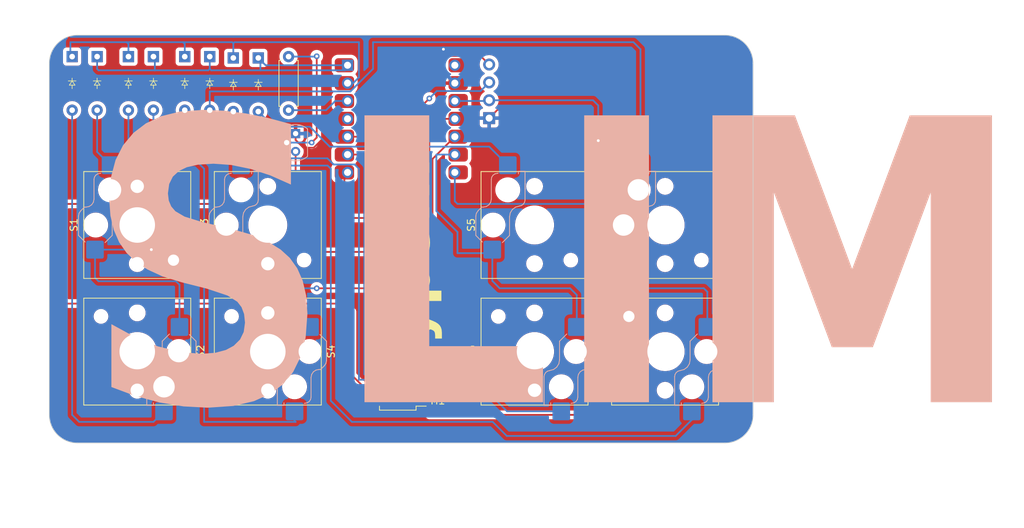
<source format=kicad_pcb>
(kicad_pcb (version 20240108) (generator "pcbnew") (generator_version "8.0")
  (layers (0 "F.Cu" signal) (31 "B.Cu" signal) (34 "B.Paste" user) (35 "F.Paste" user) (36 "B.SilkS" user "B.Silkscreen") (37 "F.SilkS" user "F.Silkscreen") (38 "B.Mask" user) (39 "F.Mask" user) (44 "Edge.Cuts" user))
  (net 0 "")
  (net 1 "Net-(D1-A)")
  (net 2 "ROW0")
  (net 3 "Net-(D2-A)")
  (net 4 "ROW1")
  (net 5 "Net-(D3-A)")
  (net 6 "Net-(D4-A)")
  (net 7 "Net-(D5-A)")
  (net 8 "Net-(D6-A)")
  (net 9 "Net-(D7-A)")
  (net 10 "Net-(D8-A)")
  (net 11 "OLED_SCL")
  (net 12 "+3V3")
  (net 13 "OLED_SDA")
  (net 14 "GND")
  (net 15 "Net-(M1--)")
  (net 16 "Net-(Q1-B)")
  (net 17 "motor_ctrl")
  (net 18 "COL0")
  (net 19 "COL1")
  (net 20 "COL2")
  (net 21 "COL3")
  (net 22 "TOUCH")
  (net 23 "+5V")
  (footprint "ScottoKeebs_Hotswap:Hotswap_Choc_V1V2_1.00u" (layer "F.Cu") (at 187.5 87 90)
    (property "Reference" "S7" (at -5 8.5 90) (layer "F.SilkS"))
    (property "Value" "Keyswitch" (hide yes))
    (pad "" np_thru_hole circle (at -5.5 0 90) (size 1.9 1.9) (drill 1.9) (layers "*.Cu" "*.Mask"))
    (pad "" np_thru_hole circle (at -5 5.15 90) (size 1.6 1.6) (drill 1.6) (layers "*.Cu" "*.Mask"))
    (pad "" np_thru_hole circle (at 0 -5.9 90) (size 3.05 3.05) (drill 3.05) (layers "*.Cu" "*.Mask"))
    (pad "" np_thru_hole circle (at 0 0 90) (size 5.05 5.05) (drill 5.05) (layers "*.Cu" "*.Mask"))
    (pad "" np_thru_hole circle (at 5 -3.8 90) (size 3.05 3.05) (drill 3.05) (layers "*.Cu" "*.Mask"))
    (pad "" np_thru_hole circle (at 5.5 0 90) (size 1.9 1.9) (drill 1.9) (layers "*.Cu" "*.Mask"))
    (pad "1" smd roundrect (at -3.5 -6 90) (size 2.55 2.5) (layers "B.Cu" "B.Paste" "B.Mask") (roundrect_rratio 0.1) (net 21 "COL3"))
    (pad "2" smd roundrect (at 8.5 -3.8 90) (size 2.55 2.5) (layers "B.Cu" "B.Paste" "B.Mask") (roundrect_rratio 0.1) (net 9 "Net-(D7-A)"))
  )
  (footprint "ScottoKeebs_Components:Diode_DO-35" (layer "F.Cu") (at 126.15 63.24 -90)
    (property "Reference" "D6" (hide yes))
    (property "Value" "D_Small" (hide yes))
    (pad "1" thru_hole rect (at 0 0 270) (size 1.6 1.6) (drill 0.8) (layers "*.Cu" "*.Mask") (net 4 "ROW1"))
    (pad "2" thru_hole oval (at 7.62 0 270) (size 1.6 1.6) (drill 0.8) (layers "*.Cu" "*.Mask") (net 8 "Net-(D6-A)"))
  )
  (footprint "ScottoKeebs_Components:Diode_DO-35" (layer "F.Cu") (at 103.25 63.05 -90)
    (property "Reference" "D2" (hide yes))
    (property "Value" "D_Small" (hide yes))
    (pad "1" thru_hole rect (at 0 0 270) (size 1.6 1.6) (drill 0.8) (layers "*.Cu" "*.Mask") (net 4 "ROW1"))
    (pad "2" thru_hole oval (at 7.62 0 270) (size 1.6 1.6) (drill 0.8) (layers "*.Cu" "*.Mask") (net 3 "Net-(D2-A)"))
  )
  (footprint "ScottoKeebs_Hotswap:Hotswap_Choc_V1V2_1.00u" (layer "F.Cu") (at 168.95 87 90)
    (property "Reference" "S5" (at 0 -9 90) (layer "F.SilkS"))
    (property "Value" "Keyswitch" (hide yes))
    (pad "" np_thru_hole circle (at -5.5 0 90) (size 1.9 1.9) (drill 1.9) (layers "*.Cu" "*.Mask"))
    (pad "" np_thru_hole circle (at -5 5.15 90) (size 1.6 1.6) (drill 1.6) (layers "*.Cu" "*.Mask"))
    (pad "" np_thru_hole circle (at 0 -5.9 90) (size 3.05 3.05) (drill 3.05) (layers "*.Cu" "*.Mask"))
    (pad "" np_thru_hole circle (at 0 0 90) (size 5.05 5.05) (drill 5.05) (layers "*.Cu" "*.Mask"))
    (pad "" np_thru_hole circle (at 5 -3.8 90) (size 3.05 3.05) (drill 3.05) (layers "*.Cu" "*.Mask"))
    (pad "" np_thru_hole circle (at 5.5 0 90) (size 1.9 1.9) (drill 1.9) (layers "*.Cu" "*.Mask"))
    (pad "1" smd roundrect (at -3.5 -6 90) (size 2.55 2.5) (layers "B.Cu" "B.Paste" "B.Mask") (roundrect_rratio 0.1) (net 20 "COL2"))
    (pad "2" smd roundrect (at 8.5 -3.8 90) (size 2.55 2.5) (layers "B.Cu" "B.Paste" "B.Mask") (roundrect_rratio 0.1) (net 7 "Net-(D5-A)"))
  )
  (footprint "ScottoKeebs_Components:Diode_DO-35" (layer "F.Cu") (at 111.25 63.05 -90)
    (property "Reference" "D4" (hide yes))
    (property "Value" "D_Small" (hide yes))
    (pad "1" thru_hole rect (at 0 0 270) (size 1.6 1.6) (drill 0.8) (layers "*.Cu" "*.Mask") (net 4 "ROW1"))
    (pad "2" thru_hole oval (at 7.62 0 270) (size 1.6 1.6) (drill 0.8) (layers "*.Cu" "*.Mask") (net 6 "Net-(D4-A)"))
  )
  (footprint "ScottoKeebs_Components:Diode_DO-35" (layer "F.Cu") (at 119.25 63.05 -90)
    (property "Reference" "D8" (hide yes))
    (property "Value" "D_Small" (hide yes))
    (pad "1" thru_hole rect (at 0 0 270) (size 1.6 1.6) (drill 0.8) (layers "*.Cu" "*.Mask") (net 4 "ROW1"))
    (pad "2" thru_hole oval (at 7.62 0 270) (size 1.6 1.6) (drill 0.8) (layers "*.Cu" "*.Mask") (net 10 "Net-(D8-A)"))
  )
  (footprint "ScottoKeebs_Components:OLED_128x32" (layer "F.Cu") (at 160.9 62)
    (property "Reference" "J1" (hide yes))
    (property "Value" "OLED_128x32")
    (pad "1" thru_hole rect (at 1.6 9.8 180) (size 1.7 1.7) (drill 1) (layers "*.Cu" "*.Mask") (net 14 "GND"))
    (pad "2" thru_hole oval (at 1.6 7.26 180) (size 1.7 1.7) (drill 1) (layers "*.Cu" "*.Mask") (net 12 "+3V3"))
    (pad "3" thru_hole oval (at 1.6 4.72 180) (size 1.7 1.7) (drill 1) (layers "*.Cu" "*.Mask") (net 11 "OLED_SCL"))
    (pad "4" thru_hole oval (at 1.6 2.18 180) (size 1.7 1.7) (drill 1) (layers "*.Cu" "*.Mask") (net 13 "OLED_SDA"))
  )
  (footprint "ScottoKeebs_Hotswap:Hotswap_Choc_V1V2_1.00u" (layer "F.Cu") (at 168.95 105 -90)
    (property "Reference" "S6" (at 0 8.95 -90) (layer "F.SilkS"))
    (property "Value" "Keyswitch" (hide yes))
    (pad "" np_thru_hole circle (at -5.5 0 270) (size 1.9 1.9) (drill 1.9) (layers "*.Cu" "*.Mask"))
    (pad "" np_thru_hole circle (at -5 5.15 270) (size 1.6 1.6) (drill 1.6) (layers "*.Cu" "*.Mask"))
    (pad "" np_thru_hole circle (at 0 -5.9 270) (size 3.05 3.05) (drill 3.05) (layers "*.Cu" "*.Mask"))
    (pad "" np_thru_hole circle (at 0 0 270) (size 5.05 5.05) (drill 5.05) (layers "*.Cu" "*.Mask"))
    (pad "" np_thru_hole circle (at 5 -3.8 270) (size 3.05 3.05) (drill 3.05) (layers "*.Cu" "*.Mask"))
    (pad "" np_thru_hole circle (at 5.5 0 270) (size 1.9 1.9) (drill 1.9) (layers "*.Cu" "*.Mask"))
    (pad "1" smd roundrect (at -3.5 -6 270) (size 2.55 2.5) (layers "B.Cu" "B.Paste" "B.Mask") (roundrect_rratio 0.1) (net 20 "COL2"))
    (pad "2" smd roundrect (at 8.5 -3.8 270) (size 2.55 2.5) (layers "B.Cu" "B.Paste" "B.Mask") (roundrect_rratio 0.1) (net 8 "Net-(D6-A)"))
  )
  (footprint "ScottoKeebs_Hotswap:Hotswap_Choc_V1V2_1.00u" (layer "F.Cu") (at 112.5 87 90)
    (property "Reference" "S1" (at 0 -9 90) (layer "F.SilkS"))
    (property "Value" "Keyswitch" (hide yes))
    (pad "" np_thru_hole circle (at -5.5 0 90) (size 1.9 1.9) (drill 1.9) (layers "*.Cu" "*.Mask"))
    (pad "" np_thru_hole circle (at -5 5.15 90) (size 1.6 1.6) (drill 1.6) (layers "*.Cu" "*.Mask"))
    (pad "" np_thru_hole circle (at 0 -5.9 90) (size 3.05 3.05) (drill 3.05) (layers "*.Cu" "*.Mask"))
    (pad "" np_thru_hole circle (at 0 0 90) (size 5.05 5.05) (drill 5.05) (layers "*.Cu" "*.Mask"))
    (pad "" np_thru_hole circle (at 5 -3.8 90) (size 3.05 3.05) (drill 3.05) (layers "*.Cu" "*.Mask"))
    (pad "" np_thru_hole circle (at 5.5 0 90) (size 1.9 1.9) (drill 1.9) (layers "*.Cu" "*.Mask"))
    (pad "1" smd roundrect (at -3.5 -6 90) (size 2.55 2.5) (layers "B.Cu" "B.Paste" "B.Mask") (roundrect_rratio 0.1) (net 18 "COL0"))
    (pad "2" smd roundrect (at 8.5 -3.8 90) (size 2.55 2.5) (layers "B.Cu" "B.Paste" "B.Mask") (roundrect_rratio 0.1) (net 1 "Net-(D1-A)"))
  )
  (footprint "ScottoKeebs_Hotswap:Hotswap_Choc_V1V2_1.00u" (layer "F.Cu") (at 131.05 105 -90)
    (property "Reference" "S4" (at 0 -9 90) (layer "F.SilkS"))
    (property "Value" "Keyswitch" (hide yes))
    (pad "" np_thru_hole circle (at -5.5 0 270) (size 1.9 1.9) (drill 1.9) (layers "*.Cu" "*.Mask"))
    (pad "" np_thru_hole circle (at -5 5.15 270) (size 1.6 1.6) (drill 1.6) (layers "*.Cu" "*.Mask"))
    (pad "" np_thru_hole circle (at 0 -5.9 270) (size 3.05 3.05) (drill 3.05) (layers "*.Cu" "*.Mask"))
    (pad "" np_thru_hole circle (at 0 0 270) (size 5.05 5.05) (drill 5.05) (layers "*.Cu" "*.Mask"))
    (pad "" np_thru_hole circle (at 5 -3.8 270) (size 3.05 3.05) (drill 3.05) (layers "*.Cu" "*.Mask"))
    (pad "" np_thru_hole circle (at 5.5 0 270) (size 1.9 1.9) (drill 1.9) (layers "*.Cu" "*.Mask"))
    (pad "1" smd roundrect (at -3.5 -6 270) (size 2.55 2.5) (layers "B.Cu" "B.Paste" "B.Mask") (roundrect_rratio 0.1) (net 19 "COL1"))
    (pad "2" smd roundrect (at 8.5 -3.8 270) (size 2.55 2.5) (layers "B.Cu" "B.Paste" "B.Mask") (roundrect_rratio 0.1) (net 6 "Net-(D4-A)"))
  )
  (footprint "ScottoKeebs_MCU:Seeed_XIAO_RP2040" (layer "F.Cu") (at 150 71.9)
    (property "Reference" "U1" (hide yes))
    (property "Value" "MCU_Seeed_XIAO_RP2040" (hide yes))
    (pad "1" smd roundrect (at -8.065 -7.62) (size 2.75 2) (layers "F.Cu" "F.Paste" "F.Mask") (net 2 "ROW0"))
    (pad "1" thru_hole rect (at -7.62 -7.62 90) (size 1.6 1.6) (drill 1) (layers "*.Cu" "*.Mask") (net 2 "ROW0"))
    (pad "2" smd roundrect (at -8.065 -5.08) (size 2.75 2) (layers "F.Cu" "F.Paste" "F.Mask") (net 4 "ROW1"))
    (pad "2" thru_hole circle (at -7.62 -5.08 90) (size 1.6 1.6) (drill 1) (layers "*.Cu" "*.Mask") (net 4 "ROW1"))
    (pad "3" smd roundrect (at -8.065 -2.54) (size 2.75 2) (layers "F.Cu" "F.Paste" "F.Mask") (net 17 "motor_ctrl"))
    (pad "3" thru_hole circle (at -7.62 -2.54 90) (size 1.6 1.6) (drill 1) (layers "*.Cu" "*.Mask") (net 17 "motor_ctrl"))
    (pad "4" smd roundrect (at -8.065 0) (size 2.75 2) (layers "F.Cu" "F.Paste" "F.Mask"))
    (pad "4" thru_hole circle (at -7.62 0 90) (size 1.6 1.6) (drill 1) (layers "*.Cu" "*.Mask"))
    (pad "5" smd roundrect (at -8.065 2.54) (size 2.75 2) (layers "F.Cu" "F.Paste" "F.Mask") (net 13 "OLED_SDA"))
    (pad "5" thru_hole circle (at -7.62 2.54 90) (size 1.6 1.6) (drill 1) (layers "*.Cu" "*.Mask") (net 13 "OLED_SDA"))
    (pad "6" smd roundrect (at -8.065 5.08) (size 2.75 2) (layers "F.Cu" "F.Paste" "F.Mask") (net 11 "OLED_SCL"))
    (pad "6" thru_hole circle (at -7.62 5.08 90) (size 1.6 1.6) (drill 1) (layers "*.Cu" "*.Mask") (net 11 "OLED_SCL"))
    (pad "7" smd roundrect (at -8.065 7.62) (size 2.75 2) (layers "F.Cu" "F.Paste" "F.Mask") (net 22 "TOUCH"))
    (pad "7" thru_hole circle (at -7.62 7.62 90) (size 1.6 1.6) (drill 1) (layers "*.Cu" "*.Mask") (net 22 "TOUCH"))
    (pad "8" thru_hole circle (at 7.62 7.62 90) (size 1.6 1.6) (drill 1) (layers "*.Cu" "*.Mask") (net 21 "COL3"))
    (pad "8" smd roundrect (at 8.1 7.62) (size 2.75 2) (layers "F.Cu" "F.Paste" "F.Mask") (net 21 "COL3"))
    (pad "9" thru_hole circle (at 7.62 5.08 90) (size 1.6 1.6) (drill 1) (layers "*.Cu" "*.Mask") (net 20 "COL2"))
    (pad "9" smd roundrect (at 8.1 5.08) (size 2.75 2) (layers "F.Cu" "F.Paste" "F.Mask") (net 20 "COL2"))
    (pad "10" thru_hole circle (at 7.62 2.54 90) (size 1.6 1.6) (drill 1) (layers "*.Cu" "*.Mask") (net 19 "COL1"))
    (pad "10" smd roundrect (at 8.1 2.54) (size 2.75 2) (layers "F.Cu" "F.Paste" "F.Mask") (net 19 "COL1"))
    (pad "11" thru_hole circle (at 7.62 0 90) (size 1.6 1.6) (drill 1) (layers "*.Cu" "*.Mask") (net 18 "COL0"))
    (pad "11" smd roundrect (at 8.1 0) (size 2.75 2) (layers "F.Cu" "F.Paste" "F.Mask") (net 18 "COL0"))
    (pad "12" thru_hole circle (at 7.62 -2.54 90) (size 1.6 1.6) (drill 1) (layers "*.Cu" "*.Mask") (net 12 "+3V3"))
    (pad "12" smd roundrect (at 8.1 -2.54) (size 2.75 2) (layers "F.Cu" "F.Paste" "F.Mask") (net 12 "+3V3"))
    (pad "13" thru_hole circle (at 7.62 -5.08 90) (size 1.6 1.6) (drill 1) (layers "*.Cu" "*.Mask") (net 14 "GND"))
    (pad "13" smd roundrect (at 8.1 -5.08) (size 2.75 2) (layers "F.Cu" "F.Paste" "F.Mask") (net 14 "GND"))
    (pad "14" thru_hole circle (at 7.62 -7.62 90) (size 1.6 1.6) (drill 1) (layers "*.Cu" "*.Mask") (net 23 "+5V"))
    (pad "14" smd roundrect (at 8.1 -7.62) (size 2.75 2) (layers "F.Cu" "F.Paste" "F.Mask") (net 23 "+5V"))
  )
  (footprint "ScottoKeebs_Components:Diode_DO-35" (layer "F.Cu") (at 122.8 63.05 -90)
    (property "Reference" "D7" (hide yes))
    (property "Value" "D_Small" (hide yes))
    (pad "1" thru_hole rect (at 0 0 270) (size 1.6 1.6) (drill 0.8) (layers "*.Cu" "*.Mask") (net 2 "ROW0"))
    (pad "2" thru_hole oval (at 7.62 0 270) (size 1.6 1.6) (drill 0.8) (layers "*.Cu" "*.Mask") (net 9 "Net-(D7-A)"))
  )
  (footprint "ScottoKeebs_Hotswap:Hotswap_Choc_V1V2_1.00u" (layer "F.Cu") (at 187.5 105 -90)
    (property "Reference" "S8" (at 5 -8.5 -90) (layer "F.SilkS"))
    (property "Value" "Keyswitch" (hide yes))
    (pad "" np_thru_hole circle (at -5.5 0 270) (size 1.9 1.9) (drill 1.9) (layers "*.Cu" "*.Mask"))
    (pad "" np_thru_hole circle (at -5 5.15 270) (size 1.6 1.6) (drill 1.6) (layers "*.Cu" "*.Mask"))
    (pad "" np_thru_hole circle (at 0 -5.9 270) (size 3.05 3.05) (drill 3.05) (layers "*.Cu" "*.Mask"))
    (pad "" np_thru_hole circle (at 0 0 270) (size 5.05 5.05) (drill 5.05) (layers "*.Cu" "*.Mask"))
    (pad "" np_thru_hole circle (at 5 -3.8 270) (size 3.05 3.05) (drill 3.05) (layers "*.Cu" "*.Mask"))
    (pad "" np_thru_hole circle (at 5.5 0 270) (size 1.9 1.9) (drill 1.9) (layers "*.Cu" "*.Mask"))
    (pad "1" smd roundrect (at -3.5 -6 270) (size 2.55 2.5) (layers "B.Cu" "B.Paste" "B.Mask") (roundrect_rratio 0.1) (net 21 "COL3"))
    (pad "2" smd roundrect (at 8.5 -3.8 270) (size 2.55 2.5) (layers "B.Cu" "B.Paste" "B.Mask") (roundrect_rratio 0.1) (net 10 "Net-(D8-A)"))
  )
  (footprint "ScottoKeebs_Components:Diode_DO-35" (layer "F.Cu") (at 114.8 63.05 -90)
    (property "Reference" "D3" (hide yes))
    (property "Value" "D_Small" (hide yes))
    (pad "1" thru_hole rect (at 0 0 270) (size 1.6 1.6) (drill 0.8) (layers "*.Cu" "*.Mask") (net 2 "ROW0"))
    (pad "2" thru_hole oval (at 7.62 0 270) (size 1.6 1.6) (drill 0.8) (layers "*.Cu" "*.Mask") (net 5 "Net-(D3-A)"))
  )
  (footprint "ScottoKeebs_Hotswap:Hotswap_Choc_V1V2_1.00u" (layer "F.Cu") (at 131.05 87 90)
    (property "Reference" "S3" (at 0 -9 90) (layer "F.SilkS"))
    (property "Value" "Keyswitch" (hide yes))
    (pad "" np_thru_hole circle (at -5.5 0 90) (size 1.9 1.9) (drill 1.9) (layers "*.Cu" "*.Mask"))
    (pad "" np_thru_hole circle (at -5 5.15 90) (size 1.6 1.6) (drill 1.6) (layers "*.Cu" "*.Mask"))
    (pad "" np_thru_hole circle (at 0 -5.9 90) (size 3.05 3.05) (drill 3.05) (layers "*.Cu" "*.Mask"))
    (pad "" np_thru_hole circle (at 0 0 90) (size 5.05 5.05) (drill 5.05) (layers "*.Cu" "*.Mask"))
    (pad "" np_thru_hole circle (at 5 -3.8 90) (size 3.05 3.05) (drill 3.05) (layers "*.Cu" "*.Mask"))
    (pad "" np_thru_hole circle (at 5.5 0 90) (size 1.9 1.9) (drill 1.9) (layers "*.Cu" "*.Mask"))
    (pad "1" smd roundrect (at -3.5 -6 90) (size 2.55 2.5) (layers "B.Cu" "B.Paste" "B.Mask") (roundrect_rratio 0.1) (net 19 "COL1"))
    (pad "2" smd roundrect (at 8.5 -3.8 90) (size 2.55 2.5) (layers "B.Cu" "B.Paste" "B.Mask") (roundrect_rratio 0.1) (net 5 "Net-(D3-A)"))
  )
  (footprint "TestPoint:TestPoint_Pad_4.0x4.0mm" (layer "F.Cu") (at 150 86)
    (property "Reference" "TP1" (at 0 -2.898 0) (layer "F.SilkS"))
    (property "Value" "Pad")
    (pad "1" smd rect (at 0 0) (size 4 4) (layers "F.Cu" "F.Mask") (net 22 "TOUCH"))
  )
  (footprint "Connector_PinHeader_2.54mm:PinHeader_2x01_P2.54mm_Vertical_SMD" (layer "F.Cu") (at 149.517749 112 180)
    (property "Reference" "M1" (at -5.675 0 0) (layer "F.SilkS"))
    (property "Value" "Motor_DC" (hide yes))
    (pad "1" smd rect (at -2.525 0 180) (size 3.15 1) (layers "F.Cu" "F.Paste" "F.Mask") (net 12 "+3V3"))
    (pad "2" smd rect (at 2.525 0 180) (size 3.15 1) (layers "F.Cu" "F.Paste" "F.Mask") (net 15 "Net-(M1--)"))
  )
  (footprint "ScottoKeebs_Hotswap:Hotswap_Choc_V1V2_1.00u" (layer "F.Cu") (at 112.5 105 -90)
    (property "Reference" "S2" (at 0 -9 90) (layer "F.SilkS"))
    (property "Value" "Keyswitch" (hide yes))
    (pad "" np_thru_hole circle (at -5.5 0 270) (size 1.9 1.9) (drill 1.9) (layers "*.Cu" "*.Mask"))
    (pad "" np_thru_hole circle (at -5 5.15 270) (size 1.6 1.6) (drill 1.6) (layers "*.Cu" "*.Mask"))
    (pad "" np_thru_hole circle (at 0 -5.9 270) (size 3.05 3.05) (drill 3.05) (layers "*.Cu" "*.Mask"))
    (pad "" np_thru_hole circle (at 0 0 270) (size 5.05 5.05) (drill 5.05) (layers "*.Cu" "*.Mask"))
    (pad "" np_thru_hole circle (at 5 -3.8 270) (size 3.05 3.05) (drill 3.05) (layers "*.Cu" "*.Mask"))
    (pad "" np_thru_hole circle (at 5.5 0 270) (size 1.9 1.9) (drill 1.9) (layers "*.Cu" "*.Mask"))
    (pad "1" smd roundrect (at -3.5 -6 270) (size 2.55 2.5) (layers "B.Cu" "B.Paste" "B.Mask") (roundrect_rratio 0.1) (net 18 "COL0"))
    (pad "2" smd roundrect (at 8.5 -3.8 270) (size 2.55 2.5) (layers "B.Cu" "B.Paste" "B.Mask") (roundrect_rratio 0.1) (net 3 "Net-(D2-A)"))
  )
  (footprint "Resistor_THT:R_Axial_DIN0207_L6.3mm_D2.5mm_P7.62mm_Horizontal" (layer "F.Cu") (at 134 70.67 90)
    (property "Reference" "R4" (hide yes))
    (property "Value" "10k")
    (pad "1" thru_hole circle (at 0 0 90) (size 1.6 1.6) (drill 0.8) (layers "*.Cu" "*.Mask") (net 17 "motor_ctrl"))
    (pad "2" thru_hole oval (at 7.62 0 90) (size 1.6 1.6) (drill 0.8) (layers "*.Cu" "*.Mask") (net 16 "Net-(Q1-B)"))
  )
  (footprint "ScottoKeebs_Components:Diode_DO-35" (layer "F.Cu") (at 106.8 63.05 -90)
    (property "Reference" "D1" (hide yes))
    (property "Value" "D_Small" (hide yes))
    (pad "1" thru_hole rect (at 0 0 270) (size 1.6 1.6) (drill 0.8) (layers "*.Cu" "*.Mask") (net 2 "ROW0"))
    (pad "2" thru_hole oval (at 7.62 0 270) (size 1.6 1.6) (drill 0.8) (layers "*.Cu" "*.Mask") (net 1 "Net-(D1-A)"))
  )
  (footprint "ScottoKeebs_Components:Diode_DO-35" (layer "F.Cu") (at 129.7 63.24 -90)
    (property "Reference" "D5" (hide yes))
    (property "Value" "D_Small" (hide yes))
    (pad "1" thru_hole rect (at 0 0 270) (size 1.6 1.6) (drill 0.8) (layers "*.Cu" "*.Mask") (net 2 "ROW0"))
    (pad "2" thru_hole oval (at 7.62 0 270) (size 1.6 1.6) (drill 0.8) (layers "*.Cu" "*.Mask") (net 7 "Net-(D5-A)"))
  )
  (footprint "Package_TO_SOT_THT:TO-92L" (layer "B.Cu") (at 135 74 -90)
    (property "Reference" "Q1" (at 1.29 3.56 90) (layer "B.SilkS") (effects (justify mirror)))
    (property "Value" "2N2219")
    (pad "1" thru_hole rect (at 0 0 270) (size 1.3 1.3) (drill 0.75) (layers "*.Cu" "*.Mask") (net 14 "GND"))
    (pad "2" thru_hole circle (at 1.28 1.27 270) (size 1.3 1.3) (drill 0.75) (layers "*.Cu" "*.Mask") (net 16 "Net-(Q1-B)"))
    (pad "3" thru_hole circle (at 2.54 0 270) (size 1.3 1.3) (drill 0.75) (layers "*.Cu" "*.Mask") (net 15 "Net-(M1--)"))
  )
  (gr_line (start 104 60) (end 196 60) (stroke (width 0.1)) (layer "Edge.Cuts"))
  (gr_line (start 200 64) (end 200 114) (stroke (width 0.1)) (layer "Edge.Cuts"))
  (gr_arc (start 100 64) (mid 101.171573 61.171573) (end 104 60) (stroke (width 0.1)) (layer "Edge.Cuts"))
  (gr_line (start 196 118) (end 104 118) (stroke (width 0.1)) (layer "Edge.Cuts"))
  (gr_arc (start 200 114) (mid 198.828427 116.828427) (end 196 118) (stroke (width 0.1)) (layer "Edge.Cuts"))
  (gr_arc (start 196 60) (mid 198.828427 61.171573) (end 200 64) (stroke (width 0.1)) (layer "Edge.Cuts"))
  (gr_arc (start 104 118) (mid 101.171573 116.828427) (end 100 114) (stroke (width 0.1)) (layer "Edge.Cuts"))
  (gr_line (start 100 114) (end 100 64) (stroke (width 0.1)) (layer "Edge.Cuts"))
  (gr_text "SLIM" (at 105 119 0) (layer "B.SilkS") (effects (font (size 40 35) (thickness 5) (bold yes)) (justify left bottom)))
  (gr_text "type...\n" (at 155 108 90) (layer "F.SilkS") (effects (font (size 6 6) (thickness 0.3) (bold yes)) (justify left bottom)))
  (segment (start 106.8 70.67) (end 106.8 76.6) (width 0.25) (layer "B.Cu") (net 1))
  (segment (start 106.8 76.6) (end 108.7 78.5) (width 0.25) (layer "B.Cu") (net 1))
  (segment (start 122.6 65) (end 115 65) (width 0.25) (layer "B.Cu") (net 2))
  (segment (start 122.8 64.8) (end 122.6 65) (width 0.25) (layer "B.Cu") (net 2))
  (segment (start 123 65) (end 130 65) (width 0.25) (layer "B.Cu") (net 2))
  (segment (start 130 65) (end 142 65) (width 0.25) (layer "B.Cu") (net 2))
  (segment (start 130.74 64.28) (end 142.38 64.28) (width 0.25) (layer "B.Cu") (net 2))
  (segment (start 115 63.25) (end 114.8 63.05) (width 0.25) (layer "B.Cu") (net 2))
  (segment (start 122.8 63.05) (end 122.8 64.8) (width 0.25) (layer "B.Cu") (net 2))
  (segment (start 122.8 64.8) (end 123 65) (width 0.25) (layer "B.Cu") (net 2))
  (segment (start 129.7 63.24) (end 130.74 64.28) (width 0.25) (layer "B.Cu") (net 2))
  (segment (start 106.8 63.05) (end 106.8 64.8) (width 0.25) (layer "B.Cu") (net 2))
  (segment (start 130 63.54) (end 129.7 63.24) (width 0.25) (layer "B.Cu") (net 2))
  (segment (start 107 65) (end 115 65) (width 0.25) (layer "B.Cu") (net 2))
  (segment (start 130 65) (end 130 63.54) (width 0.25) (layer "B.Cu") (net 2))
  (segment (start 115 65) (end 115 63.25) (width 0.25) (layer "B.Cu") (net 2))
  (segment (start 142 65) (end 142 64.66) (width 0.25) (layer "B.Cu") (net 2))
  (segment (start 106.8 64.8) (end 107 65) (width 0.25) (layer "B.Cu") (net 2))
  (segment (start 142 64.66) (end 142.38 64.28) (width 0.25) (layer "B.Cu") (net 2))
  (segment (start 103.25 114) (end 103.25 70.67) (width 0.25) (layer "B.Cu") (net 3))
  (segment (start 116.3 113.5) (end 114.8 115) (width 0.25) (layer "B.Cu") (net 3))
  (segment (start 114.8 115) (end 104.25 115) (width 0.25) (layer "B.Cu") (net 3))
  (segment (start 104.25 115) (end 103.25 114) (width 0.25) (layer "B.Cu") (net 3))
  (segment (start 126 61) (end 119 61) (width 0.25) (layer "B.Cu") (net 4))
  (segment (start 119 61) (end 111 61) (width 0.25) (layer "B.Cu") (net 4))
  (segment (start 126.15 63.24) (end 126.15 61.15) (width 0.25) (layer "B.Cu") (net 4))
  (segment (start 144 66) (end 144 61) (width 0.25) (layer "B.Cu") (net 4))
  (segment (start 103 61) (end 111 61) (width 0.25) (layer "B.Cu") (net 4))
  (segment (start 144 61) (end 126.3 61) (width 0.25) (layer "B.Cu") (net 4))
  (segment (start 119.25 61.25) (end 119 61) (width 0.25) (layer "B.Cu") (net 4))
  (segment (start 143.18 66.82) (end 144 66) (width 0.25) (layer "B.Cu") (net 4))
  (segment (start 103.25 63.05) (end 103.05 63.05) (width 0.25) (layer "B.Cu") (net 4))
  (segment (start 142.38 66.82) (end 143.18 66.82) (width 0.25) (layer "B.Cu") (net 4))
  (segment (start 111 61) (end 111.25 61.25) (width 0.25) (layer "B.Cu") (net 4))
  (segment (start 111.25 61.25) (end 111.25 63.05) (width 0.25) (layer "B.Cu") (net 4))
  (segment (start 103.05 63.05) (end 103 63) (width 0.25) (layer "B.Cu") (net 4))
  (segment (start 103 63) (end 103 61) (width 0.25) (layer "B.Cu") (net 4))
  (segment (start 126.3 61) (end 126.15 61.15) (width 0.25) (layer "B.Cu") (net 4))
  (segment (start 119.25 63.05) (end 119.25 61.25) (width 0.25) (layer "B.Cu") (net 4))
  (segment (start 126.15 61.15) (end 126 61) (width 0.25) (layer "B.Cu") (net 4))
  (segment (start 114.8 75.8) (end 114.8 70.67) (width 0.25) (layer "B.Cu") (net 5))
  (segment (start 116 77) (end 114.8 75.8) (width 0.25) (layer "B.Cu") (net 5))
  (segment (start 125.75 77) (end 116 77) (width 0.25) (layer "B.Cu") (net 5))
  (segment (start 127.25 78.5) (end 125.75 77) (width 0.25) (layer "B.Cu") (net 5))
  (segment (start 111.25 70.67) (end 111.25 77.25) (width 0.25) (layer "B.Cu") (net 6))
  (segment (start 134.85 114.85) (end 134.85 113.5) (width 0.25) (layer "B.Cu") (net 6))
  (segment (start 111.25 77.25) (end 112 78) (width 0.25) (layer "B.Cu") (net 6))
  (segment (start 135 115) (end 134.85 114.85) (width 0.25) (layer "B.Cu") (net 6))
  (segment (start 121 78) (end 122 79) (width 0.25) (layer "B.Cu") (net 6))
  (segment (start 112 78) (end 121 78) (width 0.25) (layer "B.Cu") (net 6))
  (segment (start 122 115) (end 135 115) (width 0.25) (layer "B.Cu") (net 6))
  (segment (start 122 79) (end 122 115) (width 0.25) (layer "B.Cu") (net 6))
  (segment (start 139.855 75.855) (end 162.505 75.855) (width 0.25) (layer "B.Cu") (net 7))
  (segment (start 162.505 75.855) (end 165.15 78.5) (width 0.25) (layer "B.Cu") (net 7))
  (segment (start 129.7 70.86) (end 131.865 73.025) (width 0.25) (layer "B.Cu") (net 7))
  (segment (start 131.865 73.025) (end 137.025 73.025) (width 0.25) (layer "B.Cu") (net 7))
  (segment (start 137.025 73.025) (end 139.855 75.855) (width 0.25) (layer "B.Cu") (net 7))
  (segment (start 172.75 113.5) (end 165.05 113.5) (width 0.25) (layer "B.Cu") (net 8))
  (segment (start 160.55 109) (end 144 109) (width 0.25) (layer "B.Cu") (net 8))
  (segment (start 126.15 72.15) (end 126.15 70.86) (width 0.25) (layer "B.Cu") (net 8))
  (segment (start 129 74) (end 128 74) (width 0.25) (layer "B.Cu") (net 8))
  (segment (start 128 74) (end 126.15 72.15) (width 0.25) (layer "B.Cu") (net 8))
  (segment (start 126 71.01) (end 126.15 70.86) (width 0.25) (layer "B.Cu") (net 8))
  (segment (start 144 79) (end 143.395 78.395) (width 0.25) (layer "B.Cu") (net 8))
  (segment (start 144 109) (end 144 79) (width 0.25) (layer "B.Cu") (net 8))
  (segment (start 132.515 77.515) (end 129 74) (width 0.25) (layer "B.Cu") (net 8))
  (segment (start 139.515 77.515) (end 132.515 77.515) (width 0.25) (layer "B.Cu") (net 8))
  (segment (start 140.395 78.395) (end 139.515 77.515) (width 0.25) (layer "B.Cu") (net 8))
  (segment (start 143.395 78.395) (end 140.395 78.395) (width 0.25) (layer "B.Cu") (net 8))
  (segment (start 165.05 113.5) (end 160.55 109) (width 0.25) (layer "B.Cu") (net 8))
  (segment (start 142.790991 68) (end 146 64.790991) (width 0.25) (layer "B.Cu") (net 9))
  (segment (start 146 61) (end 183 61) (width 0.25) (layer "B.Cu") (net 9))
  (segment (start 183 61) (end 184 62) (width 0.25) (layer "B.Cu") (net 9))
  (segment (start 146 64.790991) (end 146 61) (width 0.25) (layer "B.Cu") (net 9))
  (segment (start 122.8 70.67) (end 122.8 68) (width 0.25) (layer "B.Cu") (net 9))
  (segment (start 122.8 68) (end 142.790991 68) (width 0.25) (layer "B.Cu") (net 9))
  (segment (start 184 62) (end 184 78.2) (width 0.25) (layer "B.Cu") (net 9))
  (segment (start 184 78.2) (end 183.7 78.5) (width 0.25) (layer "B.Cu") (net 9))
  (segment (start 140 79) (end 139.55 78.55) (width 0.25) (layer "B.Cu") (net 10))
  (segment (start 130.55 78.55) (end 130 78) (width 0.25) (layer "B.Cu") (net 10))
  (segment (start 139.55 78.55) (end 130.55 78.55) (width 0.25) (layer "B.Cu") (net 10))
  (segment (start 121 76) (end 119.25 74.25) (width 0.25) (layer "B.Cu") (net 10))
  (segment (start 143 115) (end 140 112) (width 0.25) (layer "B.Cu") (net 10))
  (segment (start 165 117) (end 163 115) (width 0.25) (layer "B.Cu") (net 10))
  (segment (start 130 78) (end 130 76) (width 0.25) (layer "B.Cu") (net 10))
  (segment (start 191.3 114.7) (end 189 117) (width 0.25) (layer "B.Cu") (net 10))
  (segment (start 140 112) (end 140 79) (width 0.25) (layer "B.Cu") (net 10))
  (segment (start 189 117) (end 165 117) (width 0.25) (layer "B.Cu") (net 10))
  (segment (start 130 76) (end 121 76) (width 0.25) (layer "B.Cu") (net 10))
  (segment (start 163 115) (end 143 115) (width 0.25) (layer "B.Cu") (net 10))
  (segment (start 191.3 113.5) (end 191.3 114.7) (width 0.25) (layer "B.Cu") (net 10))
  (segment (start 119.25 74.25) (end 119.25 70.67) (width 0.25) (layer "B.Cu") (net 10))
  (segment (start 152 71) (end 154 69) (width 0.25) (layer "F.Cu") (net 11))
  (segment (start 142.38 76.98) (end 151.98 76.98) (width 0.25) (layer "F.Cu") (net 11))
  (segment (start 152 77) (end 152 71) (width 0.25) (layer "F.Cu") (net 11))
  (segment (start 151.98 76.98) (end 152 77) (width 0.25) (layer "F.Cu") (net 11))
  (via (at 154 69) (size 0.8) (drill 0.4) (layers "F.Cu" "B.Cu") (net 11))
  (segment (start 161.275 67.945) (end 162.5 66.72) (width 0.25) (layer "B.Cu") (net 11))
  (segment (start 155.055 67.945) (end 161.275 67.945) (width 0.25) (layer "B.Cu") (net 11))
  (segment (start 154 69) (end 155.055 67.945) (width 0.25) (layer "B.Cu") (net 11))
  (segment (start 154.042749 114) (end 152.042749 112) (width 0.25) (layer "F.Cu") (net 12))
  (segment (start 178 114) (end 154.042749 114) (width 0.25) (layer "F.Cu") (net 12))
  (segment (start 178 75) (end 178 114) (width 0.25) (layer "F.Cu") (net 12))
  (via (at 178 75) (size 0.8) (drill 0.4) (layers "F.Cu" "B.Cu") (net 12))
  (segment (start 157.62 69.36) (end 162.4 69.36) (width 0.25) (layer "B.Cu") (net 12))
  (segment (start 178 70) (end 178 75) (width 0.25) (layer "B.Cu") (net 12))
  (segment (start 162.4 69.36) (end 162.5 69.26) (width 0.25) (layer "B.Cu") (net 12))
  (segment (start 162.5 69.26) (end 177.26 69.26) (width 0.25) (layer "B.Cu") (net 12))
  (segment (start 177.26 69.26) (end 178 70) (width 0.25) (layer "B.Cu") (net 12))
  (segment (start 161.275 62.955) (end 162.5 64.18) (width 0.25) (layer "F.Cu") (net 13))
  (segment (start 142.38 74.44) (end 144.56 74.44) (width 0.25) (layer "F.Cu") (net 13))
  (segment (start 156.045 62.955) (end 161.275 62.955) (width 0.25) (layer "F.Cu") (net 13))
  (segment (start 144.56 74.44) (end 156.045 62.955) (width 0.25) (layer "F.Cu") (net 13))
  (segment (start 136.105 76.005) (end 137.580305 76.005) (width 0.25) (layer "F.Cu") (net 14))
  (segment (start 141 62) (end 156 62) (width 0.25) (layer "F.Cu") (net 14))
  (segment (start 165 62) (end 165 69.3) (width 0.25) (layer "F.Cu") (net 14))
  (segment (start 140 73.585305) (end 140 63) (width 0.25) (layer "F.Cu") (net 14))
  (segment (start 165 69.3) (end 162.5 71.8) (width 0.25) (layer "F.Cu") (net 14))
  (segment (start 156 62) (end 165 62) (width 0.25) (layer "F.Cu") (net 14))
  (segment (start 135 74.9) (end 136.105 76.005) (width 0.25) (layer "F.Cu") (net 14))
  (segment (start 140 63) (end 141 62) (width 0.25) (layer "F.Cu") (net 14))
  (segment (start 135 74) (end 135 74.9) (width 0.25) (layer "F.Cu") (net 14))
  (segment (start 137.580305 76.005) (end 140 73.585305) (width 0.25) (layer "F.Cu") (net 14))
  (via (at 156 62) (size 0.8) (drill 0.4) (layers "F.Cu" "B.Cu") (net 14))
  (segment (start 156 65.2) (end 156 62) (width 0.25) (layer "B.Cu") (net 14))
  (segment (start 157.62 66.82) (end 156 65.2) (width 0.25) (layer "B.Cu") (net 14))
  (segment (start 141.825 98.175) (end 143 99.35) (width 0.25) (layer "F.Cu") (net 15))
  (segment (start 143 108.362994) (end 146.637006 112) (width 0.25) (layer "F.Cu") (net 15))
  (segment (start 102.175 98.175) (end 141.825 98.175) (width 0.25) (layer "F.Cu") (net 15))
  (segment (start 102 98) (end 102.175 98.175) (width 0.25) (layer "F.Cu") (net 15))
  (segment (start 102 84) (end 102 98) (width 0.25) (layer "F.Cu") (net 15))
  (segment (start 143 99.35) (end 143 108.362994) (width 0.25) (layer "F.Cu") (net 15))
  (segment (start 135 84) (end 102 84) (width 0.25) (layer "F.Cu") (net 15))
  (segment (start 135 76.54) (end 135 84) (width 0.25) (layer "F.Cu") (net 15))
  (segment (start 146.637006 112) (end 146.992749 112) (width 0.25) (layer "F.Cu") (net 15))
  (segment (start 137.28 75.28) (end 138 74.56) (width 0.25) (layer "F.Cu") (net 16))
  (segment (start 138 74.56) (end 138 63) (width 0.25) (layer "F.Cu") (net 16))
  (via (at 138 63) (size 0.8) (drill 0.4) (layers "F.Cu" "B.Cu") (net 16))
  (via (at 137.28 75.28) (size 0.8) (drill 0.4) (layers "F.Cu" "B.Cu") (net 16))
  (segment (start 134 63.05) (end 137.95 63.05) (width 0.25) (layer "B.Cu") (net 16))
  (segment (start 137.28 75.28) (end 133.73 75.28) (width 0.25) (layer "B.Cu") (net 16))
  (segment (start 137.95 63.05) (end 138 63) (width 0.25) (layer "B.Cu") (net 16))
  (segment (start 139.33 70.67) (end 140.64 69.36) (width 0.25) (layer "B.Cu") (net 17))
  (segment (start 140.64 69.36) (end 142.38 69.36) (width 0.25) (layer "B.Cu") (net 17))
  (segment (start 134 70.67) (end 139.33 70.67) (width 0.25) (layer "B.Cu") (net 17))
  (segment (start 154 73) (end 155.1 71.9) (width 0.25) (layer "F.Cu") (net 18))
  (segment (start 114.5 90.5) (end 114.825 90.825) (width 0.25) (layer "F.Cu") (net 18))
  (segment (start 151.175 90.825) (end 154 88) (width 0.25) (layer "F.Cu") (net 18))
  (segment (start 154 88) (end 154 73) (width 0.25) (layer "F.Cu") (net 18))
  (segment (start 114.825 90.825) (end 151.175 90.825) (width 0.25) (layer "F.Cu") (net 18))
  (segment (start 155.1 71.9) (end 157.62 71.9) (width 0.25) (layer "F.Cu") (net 18))
  (via (at 114.5 90.5) (size 0.8) (drill 0.4) (layers "F.Cu" "B.Cu") (net 18))
  (segment (start 118.5 95.5) (end 118 95) (width 0.25) (layer "B.Cu") (net 18))
  (segment (start 118 95) (end 107 95) (width 0.25) (layer "B.Cu") (net 18))
  (segment (start 106.5 94.5) (end 106.5 90.5) (width 0.25) (layer "B.Cu") (net 18))
  (segment (start 118.5 101.5) (end 118.5 95.5) (width 0.25) (layer "B.Cu") (net 18))
  (segment (start 107 95) (end 106.5 94.5) (width 0.25) (layer "B.Cu") (net 18))
  (segment (start 114.5 90.5) (end 106.5 90.5) (width 0.25) (layer "B.Cu") (net 18))
  (segment (start 154.45 89.55) (end 148 96) (width 0.25) (layer "F.Cu") (net 19))
  (segment (start 154.45 77.61) (end 154.45 89.55) (width 0.25) (layer "F.Cu") (net 19))
  (segment (start 148 96) (end 138 96) (width 0.25) (layer "F.Cu") (net 19))
  (segment (start 157.62 74.44) (end 154.45 77.61) (width 0.25) (layer "F.Cu") (net 19))
  (via (at 138 96) (size 0.8) (drill 0.4) (layers "F.Cu" "B.Cu") (net 19))
  (segment (start 136 96) (end 135 95) (width 0.25) (layer "B.Cu") (net 19))
  (segment (start 137.05 101.5) (end 136 100.45) (width 0.25) (layer "B.Cu") (net 19))
  (segment (start 126 95) (end 125.05 94.05) (width 0.25) (layer "B.Cu") (net 19))
  (segment (start 136 100.45) (end 136 96) (width 0.25) (layer "B.Cu") (net 19))
  (segment (start 125.05 94.05) (end 125.05 90.5) (width 0.25) (layer "B.Cu") (net 19))
  (segment (start 136 96) (end 138 96) (width 0.25) (layer "B.Cu") (net 19))
  (segment (start 135 95) (end 126 95) (width 0.25) (layer "B.Cu") (net 19))
  (segment (start 155.02 76.98) (end 155 77) (width 0.25) (layer "B.Cu") (net 20))
  (segment (start 158 88) (end 158 91) (width 0.25) (layer "B.Cu") (net 20))
  (segment (start 157.62 76.98) (end 155.02 76.98) (width 0.25) (layer "B.Cu") (net 20))
  (segment (start 158 91) (end 162.45 91) (width 0.25) (layer "B.Cu") (net 20))
  (segment (start 162.45 91) (end 162.95 90.5) (width 0.25) (layer "B.Cu") (net 20))
  (segment (start 155 77) (end 155 85) (width 0.25) (layer "B.Cu") (net 20))
  (segment (start 174 96) (end 174.95 96.95) (width 0.25) (layer "B.Cu") (net 20))
  (segment (start 155 85) (end 158 88) (width 0.25) (layer "B.Cu") (net 20))
  (segment (start 164 96) (end 174 96) (width 0.25) (layer "B.Cu") (net 20))
  (segment (start 174.95 96.95) (end 174.95 101.5) (width 0.25) (layer "B.Cu") (net 20))
  (segment (start 162.95 94.95) (end 164 96) (width 0.25) (layer "B.Cu") (net 20))
  (segment (start 162.95 90.5) (end 162.95 94.95) (width 0.25) (layer "B.Cu") (net 20))
  (segment (start 193.5 96.5) (end 193 96) (width 0.25) (layer "B.Cu") (net 21))
  (segment (start 178 90) (end 178.5 90.5) (width 0.25) (layer "B.Cu") (net 21))
  (segment (start 193 96) (end 184 96) (width 0.25) (layer "B.Cu") (net 21))
  (segment (start 157.62 83.62) (end 158 84) (width 0.25) (layer "B.Cu") (net 21))
  (segment (start 178 85) (end 178 90) (width 0.25) (layer "B.Cu") (net 21))
  (segment (start 193.5 101.5) (end 193.5 96.5) (width 0.25) (layer "B.Cu") (net 21))
  (segment (start 184 96) (end 181.5 93.5) (width 0.25) (layer "B.Cu") (net 21))
  (segment (start 181.5 93.5) (end 181.5 90.5) (width 0.25) (layer "B.Cu") (net 21))
  (segment (start 177 84) (end 178 85) (width 0.25) (layer "B.Cu") (net 21))
  (segment (start 157.62 79.52) (end 157.62 83.62) (width 0.25) (layer "B.Cu") (net 21))
  (segment (start 158 84) (end 177 84) (width 0.25) (layer "B.Cu") (net 21))
  (segment (start 178.5 90.5) (end 181.5 90.5) (width 0.25) (layer "B.Cu") (net 21))
  (segment (start 142 86) (end 141.935 85.935) (width 0.25) (layer "F.Cu") (net 22))
  (segment (start 141.935 85.935) (end 141.935 79.52) (width 0.25) (layer "F.Cu") (net 22))
  (segment (start 150 86) (end 142 86) (width 0.25) (layer "F.Cu") (net 22))
  (zone (net 14) (net_name "GND") (layers "F&B.Cu") (connect_pads (clearance 0.5)) (min_thickness 0.25) (fill yes (thermal_gap 0.5) (thermal_bridge_width 0.5))
    (polygon (pts (xy 93 56) (xy 93 55) (xy 206 55) (xy 208 127) (xy 93 125)))
  )
)
</source>
